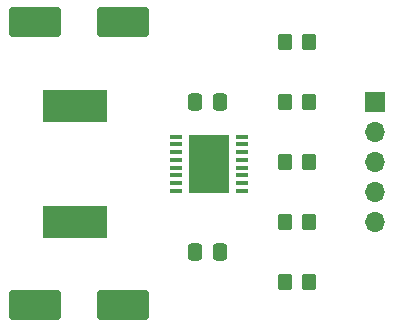
<source format=gbr>
%TF.GenerationSoftware,KiCad,Pcbnew,7.0.11+dfsg-1build4*%
%TF.CreationDate,2026-01-16T21:01:49-05:00*%
%TF.ProjectId,tps6103x,74707336-3130-4337-982e-6b696361645f,rev?*%
%TF.SameCoordinates,Original*%
%TF.FileFunction,Soldermask,Top*%
%TF.FilePolarity,Negative*%
%FSLAX46Y46*%
G04 Gerber Fmt 4.6, Leading zero omitted, Abs format (unit mm)*
G04 Created by KiCad (PCBNEW 7.0.11+dfsg-1build4) date 2026-01-16 21:01:49*
%MOMM*%
%LPD*%
G01*
G04 APERTURE LIST*
G04 Aperture macros list*
%AMRoundRect*
0 Rectangle with rounded corners*
0 $1 Rounding radius*
0 $2 $3 $4 $5 $6 $7 $8 $9 X,Y pos of 4 corners*
0 Add a 4 corners polygon primitive as box body*
4,1,4,$2,$3,$4,$5,$6,$7,$8,$9,$2,$3,0*
0 Add four circle primitives for the rounded corners*
1,1,$1+$1,$2,$3*
1,1,$1+$1,$4,$5*
1,1,$1+$1,$6,$7*
1,1,$1+$1,$8,$9*
0 Add four rect primitives between the rounded corners*
20,1,$1+$1,$2,$3,$4,$5,0*
20,1,$1+$1,$4,$5,$6,$7,0*
20,1,$1+$1,$6,$7,$8,$9,0*
20,1,$1+$1,$8,$9,$2,$3,0*%
G04 Aperture macros list end*
%ADD10R,1.050000X0.450000*%
%ADD11R,3.400000X5.000000*%
%ADD12RoundRect,0.250000X-1.950000X-1.000000X1.950000X-1.000000X1.950000X1.000000X-1.950000X1.000000X0*%
%ADD13RoundRect,0.250000X0.350000X0.450000X-0.350000X0.450000X-0.350000X-0.450000X0.350000X-0.450000X0*%
%ADD14RoundRect,0.250000X-0.337500X-0.475000X0.337500X-0.475000X0.337500X0.475000X-0.337500X0.475000X0*%
%ADD15R,5.400000X2.800000*%
%ADD16RoundRect,0.250000X-0.350000X-0.450000X0.350000X-0.450000X0.350000X0.450000X-0.350000X0.450000X0*%
%ADD17R,1.700000X1.700000*%
%ADD18O,1.700000X1.700000*%
G04 APERTURE END LIST*
D10*
%TO.C,U1*%
X115225000Y-114725000D03*
X115225000Y-115375000D03*
X115225000Y-116025000D03*
X115225000Y-116675000D03*
X115225000Y-117325000D03*
X115225000Y-117975000D03*
X115225000Y-118625000D03*
X115225000Y-119275000D03*
X120775000Y-119275000D03*
X120775000Y-118625000D03*
X120775000Y-117975000D03*
X120775000Y-117325000D03*
X120775000Y-116675000D03*
X120775000Y-116025000D03*
X120775000Y-115375000D03*
X120775000Y-114725000D03*
D11*
X118000000Y-117000000D03*
%TD*%
D12*
%TO.C,C4*%
X103300000Y-129000000D03*
X110700000Y-129000000D03*
%TD*%
D13*
%TO.C,R3*%
X126460000Y-121920000D03*
X124460000Y-121920000D03*
%TD*%
D14*
%TO.C,C1*%
X116840000Y-124460000D03*
X118915000Y-124460000D03*
%TD*%
D15*
%TO.C,L1*%
X106680000Y-121900000D03*
X106680000Y-112100000D03*
%TD*%
D13*
%TO.C,R1*%
X126460000Y-106680000D03*
X124460000Y-106680000D03*
%TD*%
D16*
%TO.C,R5*%
X124460000Y-116840000D03*
X126460000Y-116840000D03*
%TD*%
D12*
%TO.C,C3*%
X103300000Y-105000000D03*
X110700000Y-105000000D03*
%TD*%
D16*
%TO.C,R4*%
X124460000Y-127000000D03*
X126460000Y-127000000D03*
%TD*%
D17*
%TO.C,J1*%
X132080000Y-111760000D03*
D18*
X132080000Y-114300000D03*
X132080000Y-116840000D03*
X132080000Y-119380000D03*
X132080000Y-121920000D03*
%TD*%
D14*
%TO.C,C2*%
X116840000Y-111760000D03*
X118915000Y-111760000D03*
%TD*%
D16*
%TO.C,R2*%
X124460000Y-111760000D03*
X126460000Y-111760000D03*
%TD*%
M02*

</source>
